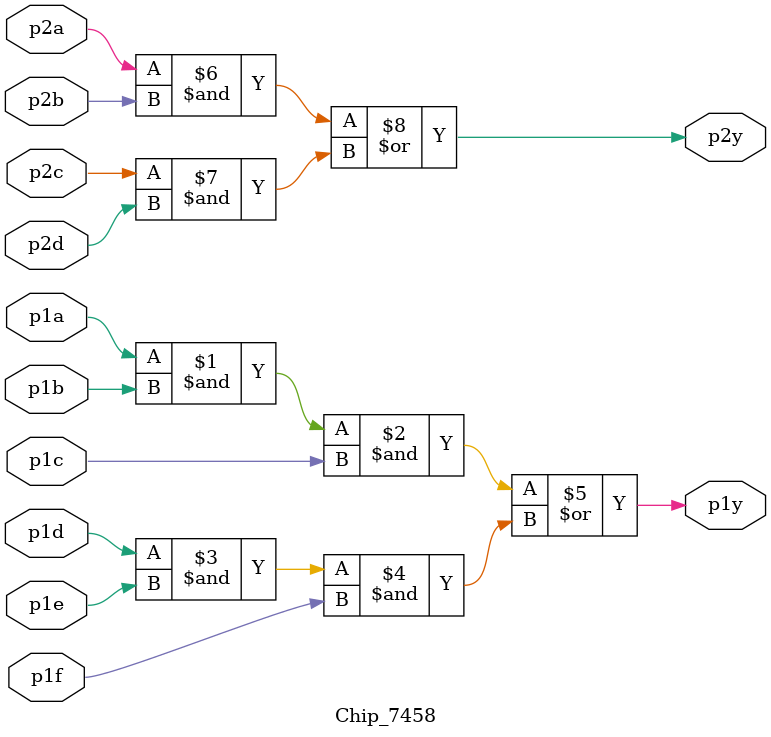
<source format=v>
module Chip_7458(
  input   p1a,
  input   p1b,
  input   p1c,
  input   p1d,
  input   p1e,
  input   p1f,
  output  p1y,
  input   p2a,
  input   p2b,
  input   p2c,
  input   p2d,
  output  p2y
);
  assign p1y = p1a & p1b & p1c | p1d & p1e & p1f; // @[Chip_7458.scala 22:35]
  assign p2y = p2a & p2b | p2c & p2d; // @[Chip_7458.scala 23:28]
endmodule

</source>
